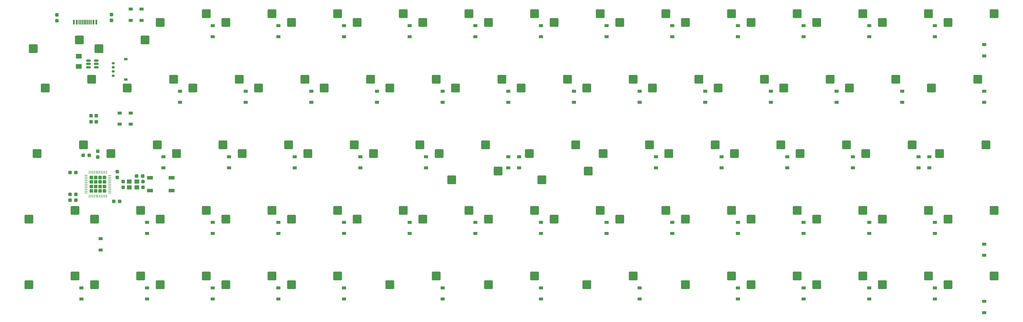
<source format=gbr>
%TF.GenerationSoftware,KiCad,Pcbnew,(6.0.8-1)-1*%
%TF.CreationDate,2024-01-26T06:35:08+01:00*%
%TF.ProjectId,keyboard-template-60,6b657962-6f61-4726-942d-74656d706c61,rev?*%
%TF.SameCoordinates,Original*%
%TF.FileFunction,Paste,Bot*%
%TF.FilePolarity,Positive*%
%FSLAX46Y46*%
G04 Gerber Fmt 4.6, Leading zero omitted, Abs format (unit mm)*
G04 Created by KiCad (PCBNEW (6.0.8-1)-1) date 2024-01-26 06:35:08*
%MOMM*%
%LPD*%
G01*
G04 APERTURE LIST*
G04 Aperture macros list*
%AMRoundRect*
0 Rectangle with rounded corners*
0 $1 Rounding radius*
0 $2 $3 $4 $5 $6 $7 $8 $9 X,Y pos of 4 corners*
0 Add a 4 corners polygon primitive as box body*
4,1,4,$2,$3,$4,$5,$6,$7,$8,$9,$2,$3,0*
0 Add four circle primitives for the rounded corners*
1,1,$1+$1,$2,$3*
1,1,$1+$1,$4,$5*
1,1,$1+$1,$6,$7*
1,1,$1+$1,$8,$9*
0 Add four rect primitives between the rounded corners*
20,1,$1+$1,$2,$3,$4,$5,0*
20,1,$1+$1,$4,$5,$6,$7,0*
20,1,$1+$1,$6,$7,$8,$9,0*
20,1,$1+$1,$8,$9,$2,$3,0*%
G04 Aperture macros list end*
%ADD10RoundRect,0.250000X1.025000X1.000000X-1.025000X1.000000X-1.025000X-1.000000X1.025000X-1.000000X0*%
%ADD11R,1.200000X0.900000*%
%ADD12RoundRect,0.250000X-1.025000X-1.000000X1.025000X-1.000000X1.025000X1.000000X-1.025000X1.000000X0*%
%ADD13RoundRect,0.237500X-0.237500X0.300000X-0.237500X-0.300000X0.237500X-0.300000X0.237500X0.300000X0*%
%ADD14RoundRect,0.237500X0.300000X0.237500X-0.300000X0.237500X-0.300000X-0.237500X0.300000X-0.237500X0*%
%ADD15RoundRect,0.237500X0.237500X-0.300000X0.237500X0.300000X-0.237500X0.300000X-0.237500X-0.300000X0*%
%ADD16R,1.800000X1.100000*%
%ADD17RoundRect,0.150000X0.487500X0.150000X-0.487500X0.150000X-0.487500X-0.150000X0.487500X-0.150000X0*%
%ADD18RoundRect,0.237500X-0.300000X-0.237500X0.300000X-0.237500X0.300000X0.237500X-0.300000X0.237500X0*%
%ADD19R,0.600000X1.450000*%
%ADD20R,0.300000X1.450000*%
%ADD21R,1.400000X1.200000*%
%ADD22RoundRect,0.250000X-0.270000X0.270000X-0.270000X-0.270000X0.270000X-0.270000X0.270000X0.270000X0*%
%ADD23RoundRect,0.062500X-0.062500X0.375000X-0.062500X-0.375000X0.062500X-0.375000X0.062500X0.375000X0*%
%ADD24RoundRect,0.062500X-0.375000X0.062500X-0.375000X-0.062500X0.375000X-0.062500X0.375000X0.062500X0*%
%ADD25RoundRect,0.150000X-0.275000X0.150000X-0.275000X-0.150000X0.275000X-0.150000X0.275000X0.150000X0*%
%ADD26RoundRect,0.187500X-0.362500X0.187500X-0.362500X-0.187500X0.362500X-0.187500X0.362500X0.187500X0*%
%ADD27RoundRect,0.250001X-0.624999X0.462499X-0.624999X-0.462499X0.624999X-0.462499X0.624999X0.462499X0*%
G04 APERTURE END LIST*
D10*
%TO.C,MX56*%
X256165000Y-143510000D03*
X269615000Y-140970000D03*
%TD*%
D11*
%TO.C,D47*%
X100012500Y-147700000D03*
X100012500Y-144400000D03*
%TD*%
D10*
%TO.C,MX73*%
X294265000Y-162560000D03*
X307715000Y-160020000D03*
%TD*%
D12*
%TO.C,MX39*%
X228022500Y-129540000D03*
X214572500Y-132080000D03*
%TD*%
D11*
%TO.C,D52*%
X195262500Y-147700000D03*
X195262500Y-144400000D03*
%TD*%
%TO.C,D55*%
X252412500Y-147700000D03*
X252412500Y-144400000D03*
%TD*%
D10*
%TO.C,MX19*%
X132340000Y-105410000D03*
X145790000Y-102870000D03*
%TD*%
%TO.C,MX45*%
X329983750Y-124460000D03*
X343433750Y-121920000D03*
%TD*%
%TO.C,MX5*%
X141865000Y-86360000D03*
X155315000Y-83820000D03*
%TD*%
D11*
%TO.C,D15*%
X342900000Y-96106250D03*
X342900000Y-92806250D03*
%TD*%
%TO.C,D39*%
X207962500Y-128650000D03*
X207962500Y-125350000D03*
%TD*%
D13*
%TO.C,R6*%
X85300000Y-113487500D03*
X85300000Y-115212500D03*
%TD*%
D10*
%TO.C,MX16*%
X70427500Y-105410000D03*
X83877500Y-102870000D03*
%TD*%
D11*
%TO.C,D6*%
X176212500Y-90550000D03*
X176212500Y-87250000D03*
%TD*%
D10*
%TO.C,MX51*%
X160915000Y-143510000D03*
X174365000Y-140970000D03*
%TD*%
D11*
%TO.C,D27*%
X280987500Y-109600000D03*
X280987500Y-106300000D03*
%TD*%
D14*
%TO.C,C7*%
X79362500Y-130000000D03*
X77637500Y-130000000D03*
%TD*%
D10*
%TO.C,MX40*%
X232352500Y-124460000D03*
X245802500Y-121920000D03*
%TD*%
D11*
%TO.C,D18*%
X128587500Y-109600000D03*
X128587500Y-106300000D03*
%TD*%
%TO.C,D57*%
X290512500Y-147700000D03*
X290512500Y-144400000D03*
%TD*%
D14*
%TO.C,R1*%
X98712500Y-130950000D03*
X96987500Y-130950000D03*
%TD*%
D10*
%TO.C,MX8*%
X199015000Y-86360000D03*
X212465000Y-83820000D03*
%TD*%
%TO.C,MX7*%
X179965000Y-86360000D03*
X193415000Y-83820000D03*
%TD*%
D15*
%TO.C,C2*%
X93050000Y-134312500D03*
X93050000Y-132587500D03*
%TD*%
D11*
%TO.C,D59*%
X328612500Y-147700000D03*
X328612500Y-144400000D03*
%TD*%
D10*
%TO.C,MX26*%
X246640000Y-105410000D03*
X260090000Y-102870000D03*
%TD*%
%TO.C,MX68*%
X199015000Y-162560000D03*
X212465000Y-160020000D03*
%TD*%
%TO.C,MX41*%
X251402500Y-124460000D03*
X264852500Y-121920000D03*
%TD*%
%TO.C,MX48*%
X103765000Y-143510000D03*
X117215000Y-140970000D03*
%TD*%
D13*
%TO.C,C6*%
X91350000Y-129687500D03*
X91350000Y-131412500D03*
%TD*%
D11*
%TO.C,D35*%
X161925000Y-128650000D03*
X161925000Y-125350000D03*
%TD*%
%TO.C,D37*%
X204787500Y-128650000D03*
X204787500Y-125350000D03*
%TD*%
D10*
%TO.C,MX65*%
X141865000Y-162560000D03*
X155315000Y-160020000D03*
%TD*%
%TO.C,MX22*%
X189490000Y-105410000D03*
X202940000Y-102870000D03*
%TD*%
D11*
%TO.C,D25*%
X242887500Y-109600000D03*
X242887500Y-106300000D03*
%TD*%
%TO.C,D30*%
X342900000Y-109600000D03*
X342900000Y-106300000D03*
%TD*%
%TO.C,D29*%
X319087500Y-109600000D03*
X319087500Y-106300000D03*
%TD*%
D10*
%TO.C,MX69*%
X227590000Y-162560000D03*
X241040000Y-160020000D03*
%TD*%
%TO.C,MX35*%
X146627500Y-124460000D03*
X160077500Y-121920000D03*
%TD*%
%TO.C,MX32*%
X89477500Y-124460000D03*
X102927500Y-121920000D03*
%TD*%
D12*
%TO.C,MX2*%
X99435000Y-91440000D03*
X85985000Y-93980000D03*
%TD*%
D10*
%TO.C,MX14*%
X313315000Y-86360000D03*
X326765000Y-83820000D03*
%TD*%
%TO.C,MX67*%
X170440000Y-162560000D03*
X183890000Y-160020000D03*
%TD*%
D11*
%TO.C,D62*%
X100012500Y-166750000D03*
X100012500Y-163450000D03*
%TD*%
%TO.C,D75*%
X342900000Y-170718750D03*
X342900000Y-167418750D03*
%TD*%
D10*
%TO.C,MX54*%
X218065000Y-143510000D03*
X231515000Y-140970000D03*
%TD*%
D16*
%TO.C,SW1*%
X100881250Y-135200000D03*
X107081250Y-135200000D03*
X107081250Y-131500000D03*
X100881250Y-131500000D03*
%TD*%
D10*
%TO.C,MX10*%
X237115000Y-86360000D03*
X250565000Y-83820000D03*
%TD*%
%TO.C,MX20*%
X151390000Y-105410000D03*
X164840000Y-102870000D03*
%TD*%
D14*
%TO.C,C8*%
X83212500Y-124950000D03*
X81487500Y-124950000D03*
%TD*%
D10*
%TO.C,MX42*%
X270452500Y-124460000D03*
X283902500Y-121920000D03*
%TD*%
D11*
%TO.C,D13*%
X309562500Y-90550000D03*
X309562500Y-87250000D03*
%TD*%
D10*
%TO.C,MX24*%
X208540000Y-105410000D03*
X221990000Y-102870000D03*
%TD*%
D11*
%TO.C,D73*%
X309562500Y-166750000D03*
X309562500Y-163450000D03*
%TD*%
%TO.C,D58*%
X309562500Y-147700000D03*
X309562500Y-144400000D03*
%TD*%
%TO.C,D46*%
X86518750Y-152462500D03*
X86518750Y-149162500D03*
%TD*%
%TO.C,D42*%
X285750000Y-128650000D03*
X285750000Y-125350000D03*
%TD*%
D17*
%TO.C,U2*%
X85275000Y-97475000D03*
X85275000Y-98425000D03*
X85275000Y-99375000D03*
X83000000Y-99375000D03*
X83000000Y-98425000D03*
X83000000Y-97475000D03*
%TD*%
D11*
%TO.C,D10*%
X252412500Y-90550000D03*
X252412500Y-87250000D03*
%TD*%
%TO.C,D40*%
X247650000Y-128650000D03*
X247650000Y-125350000D03*
%TD*%
D10*
%TO.C,MX12*%
X275215000Y-86360000D03*
X288665000Y-83820000D03*
%TD*%
D18*
%TO.C,C4*%
X90337500Y-138350000D03*
X92062500Y-138350000D03*
%TD*%
D11*
%TO.C,D68*%
X214312500Y-166750000D03*
X214312500Y-163450000D03*
%TD*%
D18*
%TO.C,R2*%
X77637500Y-138000000D03*
X79362500Y-138000000D03*
%TD*%
D11*
%TO.C,D63*%
X119062500Y-166750000D03*
X119062500Y-163450000D03*
%TD*%
%TO.C,D17*%
X109537500Y-109600000D03*
X109537500Y-106300000D03*
%TD*%
D19*
%TO.C,J1*%
X78750000Y-86245000D03*
X79550000Y-86245000D03*
D20*
X80750000Y-86245000D03*
X81750000Y-86245000D03*
X82250000Y-86245000D03*
X83250000Y-86245000D03*
D19*
X84450000Y-86245000D03*
X85250000Y-86245000D03*
X85250000Y-86245000D03*
X84450000Y-86245000D03*
D20*
X83750000Y-86245000D03*
X82750000Y-86245000D03*
X81250000Y-86245000D03*
X80250000Y-86245000D03*
D19*
X79550000Y-86245000D03*
X78750000Y-86245000D03*
%TD*%
D10*
%TO.C,MX46*%
X65665000Y-143510000D03*
X79115000Y-140970000D03*
%TD*%
%TO.C,MX15*%
X332365000Y-86360000D03*
X345815000Y-83820000D03*
%TD*%
%TO.C,MX50*%
X141865000Y-143510000D03*
X155315000Y-140970000D03*
%TD*%
D11*
%TO.C,D4*%
X138112500Y-90550000D03*
X138112500Y-87250000D03*
%TD*%
%TO.C,D61*%
X80962500Y-166750000D03*
X80962500Y-163450000D03*
%TD*%
%TO.C,D67*%
X185737500Y-166750000D03*
X185737500Y-163450000D03*
%TD*%
%TO.C,D72*%
X290512500Y-166750000D03*
X290512500Y-163450000D03*
%TD*%
%TO.C,D44*%
X323850000Y-128650000D03*
X323850000Y-125350000D03*
%TD*%
D21*
%TO.C,Y1*%
X97050000Y-134300000D03*
X94850000Y-134300000D03*
X94850000Y-132600000D03*
X97050000Y-132600000D03*
%TD*%
D11*
%TO.C,D53*%
X214312500Y-147700000D03*
X214312500Y-144400000D03*
%TD*%
%TO.C,D50*%
X157162500Y-147700000D03*
X157162500Y-144400000D03*
%TD*%
%TO.C,D36*%
X180975000Y-128650000D03*
X180975000Y-125350000D03*
%TD*%
%TO.C,D3*%
X119062500Y-90550000D03*
X119062500Y-87250000D03*
%TD*%
%TO.C,D24*%
X223837500Y-109600000D03*
X223837500Y-106300000D03*
%TD*%
%TO.C,D69*%
X242887500Y-166750000D03*
X242887500Y-163450000D03*
%TD*%
D12*
%TO.C,MX1*%
X80385000Y-91440000D03*
X66935000Y-93980000D03*
%TD*%
D10*
%TO.C,MX71*%
X256165000Y-162560000D03*
X269615000Y-160020000D03*
%TD*%
%TO.C,MX29*%
X303790000Y-105410000D03*
X317240000Y-102870000D03*
%TD*%
D11*
%TO.C,D49*%
X138112500Y-147700000D03*
X138112500Y-144400000D03*
%TD*%
%TO.C,D5*%
X157162500Y-90550000D03*
X157162500Y-87250000D03*
%TD*%
D10*
%TO.C,MX57*%
X275215000Y-143510000D03*
X288665000Y-140970000D03*
%TD*%
D11*
%TO.C,D14*%
X328612500Y-90550000D03*
X328612500Y-87250000D03*
%TD*%
%TO.C,D21*%
X185737500Y-109600000D03*
X185737500Y-106300000D03*
%TD*%
D10*
%TO.C,MX18*%
X113290000Y-105410000D03*
X126740000Y-102870000D03*
%TD*%
D11*
%TO.C,D43*%
X304800000Y-128650000D03*
X304800000Y-125350000D03*
%TD*%
D10*
%TO.C,MX31*%
X68046250Y-124460000D03*
X81496250Y-121920000D03*
%TD*%
D11*
%TO.C,D56*%
X271462500Y-147700000D03*
X271462500Y-144400000D03*
%TD*%
%TO.C,D8*%
X214312500Y-90550000D03*
X214312500Y-87250000D03*
%TD*%
%TO.C,D26*%
X261937500Y-109600000D03*
X261937500Y-106300000D03*
%TD*%
D10*
%TO.C,MX44*%
X308552500Y-124460000D03*
X322002500Y-121920000D03*
%TD*%
D11*
%TO.C,D60*%
X342900000Y-154050000D03*
X342900000Y-150750000D03*
%TD*%
D10*
%TO.C,MX21*%
X170440000Y-105410000D03*
X183890000Y-102870000D03*
%TD*%
D11*
%TO.C,D34*%
X142875000Y-128650000D03*
X142875000Y-125350000D03*
%TD*%
%TO.C,D51*%
X176212500Y-147700000D03*
X176212500Y-144400000D03*
%TD*%
%TO.C,D48*%
X119062500Y-147700000D03*
X119062500Y-144400000D03*
%TD*%
D10*
%TO.C,MX59*%
X313315000Y-143510000D03*
X326765000Y-140970000D03*
%TD*%
D11*
%TO.C,D54*%
X233362500Y-147700000D03*
X233362500Y-144400000D03*
%TD*%
%TO.C,D2*%
X98425000Y-85787500D03*
X98425000Y-82487500D03*
%TD*%
%TO.C,D74*%
X328612500Y-166750000D03*
X328612500Y-163450000D03*
%TD*%
D13*
%TO.C,C1*%
X98850000Y-132587500D03*
X98850000Y-134312500D03*
%TD*%
D10*
%TO.C,MX43*%
X289502500Y-124460000D03*
X302952500Y-121920000D03*
%TD*%
%TO.C,MX75*%
X332365000Y-162560000D03*
X345815000Y-160020000D03*
%TD*%
D14*
%TO.C,C5*%
X79362500Y-136350000D03*
X77637500Y-136350000D03*
%TD*%
D11*
%TO.C,D32*%
X104775000Y-128650000D03*
X104775000Y-125350000D03*
%TD*%
D15*
%TO.C,R4*%
X89693750Y-85762500D03*
X89693750Y-84037500D03*
%TD*%
D22*
%TO.C,U1*%
X85080000Y-131415000D03*
X86370000Y-135285000D03*
X83790000Y-133995000D03*
X86370000Y-131415000D03*
X83790000Y-131415000D03*
X85080000Y-133995000D03*
X83790000Y-132705000D03*
X87660000Y-135285000D03*
X87660000Y-132705000D03*
X86370000Y-132705000D03*
X83790000Y-135285000D03*
X87660000Y-131415000D03*
X87660000Y-133995000D03*
X86370000Y-133995000D03*
X85080000Y-132705000D03*
X85080000Y-135285000D03*
D23*
X83225000Y-129912500D03*
X83725000Y-129912500D03*
X84225000Y-129912500D03*
X84725000Y-129912500D03*
X85225000Y-129912500D03*
X85725000Y-129912500D03*
X86225000Y-129912500D03*
X86725000Y-129912500D03*
X87225000Y-129912500D03*
X87725000Y-129912500D03*
X88225000Y-129912500D03*
D24*
X89162500Y-130850000D03*
X89162500Y-131350000D03*
X89162500Y-131850000D03*
X89162500Y-132350000D03*
X89162500Y-132850000D03*
X89162500Y-133350000D03*
X89162500Y-133850000D03*
X89162500Y-134350000D03*
X89162500Y-134850000D03*
X89162500Y-135350000D03*
X89162500Y-135850000D03*
D23*
X88225000Y-136787500D03*
X87725000Y-136787500D03*
X87225000Y-136787500D03*
X86725000Y-136787500D03*
X86225000Y-136787500D03*
X85725000Y-136787500D03*
X85225000Y-136787500D03*
X84725000Y-136787500D03*
X84225000Y-136787500D03*
X83725000Y-136787500D03*
X83225000Y-136787500D03*
D24*
X82287500Y-135850000D03*
X82287500Y-135350000D03*
X82287500Y-134850000D03*
X82287500Y-134350000D03*
X82287500Y-133850000D03*
X82287500Y-133350000D03*
X82287500Y-132850000D03*
X82287500Y-132350000D03*
X82287500Y-131850000D03*
X82287500Y-131350000D03*
X82287500Y-130850000D03*
%TD*%
D11*
%TO.C,D12*%
X290512500Y-90550000D03*
X290512500Y-87250000D03*
%TD*%
D13*
%TO.C,R5*%
X83700000Y-113487500D03*
X83700000Y-115212500D03*
%TD*%
D11*
%TO.C,D65*%
X157162500Y-166750000D03*
X157162500Y-163450000D03*
%TD*%
%TO.C,D7*%
X195262500Y-90550000D03*
X195262500Y-87250000D03*
%TD*%
%TO.C,D19*%
X147637500Y-109600000D03*
X147637500Y-106300000D03*
%TD*%
D10*
%TO.C,MX36*%
X165677500Y-124460000D03*
X179127500Y-121920000D03*
%TD*%
D11*
%TO.C,D31*%
X92075000Y-115950000D03*
X92075000Y-112650000D03*
%TD*%
D10*
%TO.C,MX11*%
X256165000Y-86360000D03*
X269615000Y-83820000D03*
%TD*%
D11*
%TO.C,D20*%
X166687500Y-109600000D03*
X166687500Y-106300000D03*
%TD*%
D10*
%TO.C,MX61*%
X65665000Y-162560000D03*
X79115000Y-160020000D03*
%TD*%
%TO.C,MX27*%
X265690000Y-105410000D03*
X279140000Y-102870000D03*
%TD*%
D25*
%TO.C,J2*%
X90200000Y-98212500D03*
X90200000Y-99412500D03*
X90200000Y-100612500D03*
X90200000Y-101812500D03*
D26*
X93825000Y-102987500D03*
X93825000Y-97037500D03*
%TD*%
D11*
%TO.C,D1*%
X95250000Y-85787500D03*
X95250000Y-82487500D03*
%TD*%
%TO.C,D41*%
X266700000Y-128650000D03*
X266700000Y-125350000D03*
%TD*%
D10*
%TO.C,MX47*%
X84715000Y-143510000D03*
X98165000Y-140970000D03*
%TD*%
%TO.C,MX3*%
X103765000Y-86360000D03*
X117215000Y-83820000D03*
%TD*%
%TO.C,MX33*%
X108527500Y-124460000D03*
X121977500Y-121920000D03*
%TD*%
D11*
%TO.C,D33*%
X123825000Y-128650000D03*
X123825000Y-125350000D03*
%TD*%
%TO.C,D71*%
X271462500Y-166750000D03*
X271462500Y-163450000D03*
%TD*%
D10*
%TO.C,MX49*%
X122815000Y-143510000D03*
X136265000Y-140970000D03*
%TD*%
D11*
%TO.C,D16*%
X95250000Y-115950000D03*
X95250000Y-112650000D03*
%TD*%
D10*
%TO.C,MX39_2*%
X210921250Y-124460000D03*
X224371250Y-121920000D03*
%TD*%
%TO.C,MX64*%
X122815000Y-162560000D03*
X136265000Y-160020000D03*
%TD*%
D11*
%TO.C,D22*%
X204787500Y-109600000D03*
X204787500Y-106300000D03*
%TD*%
D27*
%TO.C,F1*%
X80168750Y-96143750D03*
X80168750Y-99118750D03*
%TD*%
D10*
%TO.C,MX60*%
X332365000Y-143510000D03*
X345815000Y-140970000D03*
%TD*%
%TO.C,MX13*%
X294265000Y-86360000D03*
X307715000Y-83820000D03*
%TD*%
%TO.C,MX9*%
X218065000Y-86360000D03*
X231515000Y-83820000D03*
%TD*%
%TO.C,MX34*%
X127577500Y-124460000D03*
X141027500Y-121920000D03*
%TD*%
%TO.C,MX63*%
X103765000Y-162560000D03*
X117215000Y-160020000D03*
%TD*%
%TO.C,MX53*%
X199015000Y-143510000D03*
X212465000Y-140970000D03*
%TD*%
D11*
%TO.C,D11*%
X271462500Y-90550000D03*
X271462500Y-87250000D03*
%TD*%
D12*
%TO.C,MX37_2*%
X201828750Y-129540000D03*
X188378750Y-132080000D03*
%TD*%
D13*
%TO.C,C3*%
X85725000Y-123756250D03*
X85725000Y-125481250D03*
%TD*%
D10*
%TO.C,MX74*%
X313315000Y-162560000D03*
X326765000Y-160020000D03*
%TD*%
%TO.C,MX4*%
X122815000Y-86360000D03*
X136265000Y-83820000D03*
%TD*%
D11*
%TO.C,D28*%
X300037500Y-109600000D03*
X300037500Y-106300000D03*
%TD*%
D10*
%TO.C,MX52*%
X179965000Y-143510000D03*
X193415000Y-140970000D03*
%TD*%
%TO.C,MX55*%
X237115000Y-143510000D03*
X250565000Y-140970000D03*
%TD*%
%TO.C,MX25*%
X227590000Y-105410000D03*
X241040000Y-102870000D03*
%TD*%
%TO.C,MX72*%
X275215000Y-162560000D03*
X288665000Y-160020000D03*
%TD*%
%TO.C,MX30*%
X327602500Y-105410000D03*
X341052500Y-102870000D03*
%TD*%
D11*
%TO.C,D64*%
X138112500Y-166750000D03*
X138112500Y-163450000D03*
%TD*%
D10*
%TO.C,MX58*%
X294265000Y-143510000D03*
X307715000Y-140970000D03*
%TD*%
%TO.C,MX17*%
X94240000Y-105410000D03*
X107690000Y-102870000D03*
%TD*%
D11*
%TO.C,D45*%
X327025000Y-128650000D03*
X327025000Y-125350000D03*
%TD*%
D15*
%TO.C,R3*%
X73818750Y-85862500D03*
X73818750Y-84137500D03*
%TD*%
D10*
%TO.C,MX28*%
X284740000Y-105410000D03*
X298190000Y-102870000D03*
%TD*%
%TO.C,MX37*%
X184727500Y-124460000D03*
X198177500Y-121920000D03*
%TD*%
%TO.C,MX62*%
X84715000Y-162560000D03*
X98165000Y-160020000D03*
%TD*%
%TO.C,MX6*%
X160915000Y-86360000D03*
X174365000Y-83820000D03*
%TD*%
D11*
%TO.C,D9*%
X233362500Y-90550000D03*
X233362500Y-87250000D03*
%TD*%
M02*

</source>
